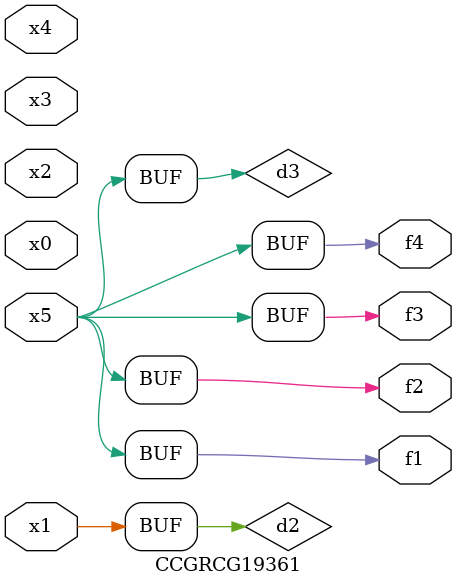
<source format=v>
module CCGRCG19361(
	input x0, x1, x2, x3, x4, x5,
	output f1, f2, f3, f4
);

	wire d1, d2, d3;

	not (d1, x5);
	or (d2, x1);
	xnor (d3, d1);
	assign f1 = d3;
	assign f2 = d3;
	assign f3 = d3;
	assign f4 = d3;
endmodule

</source>
